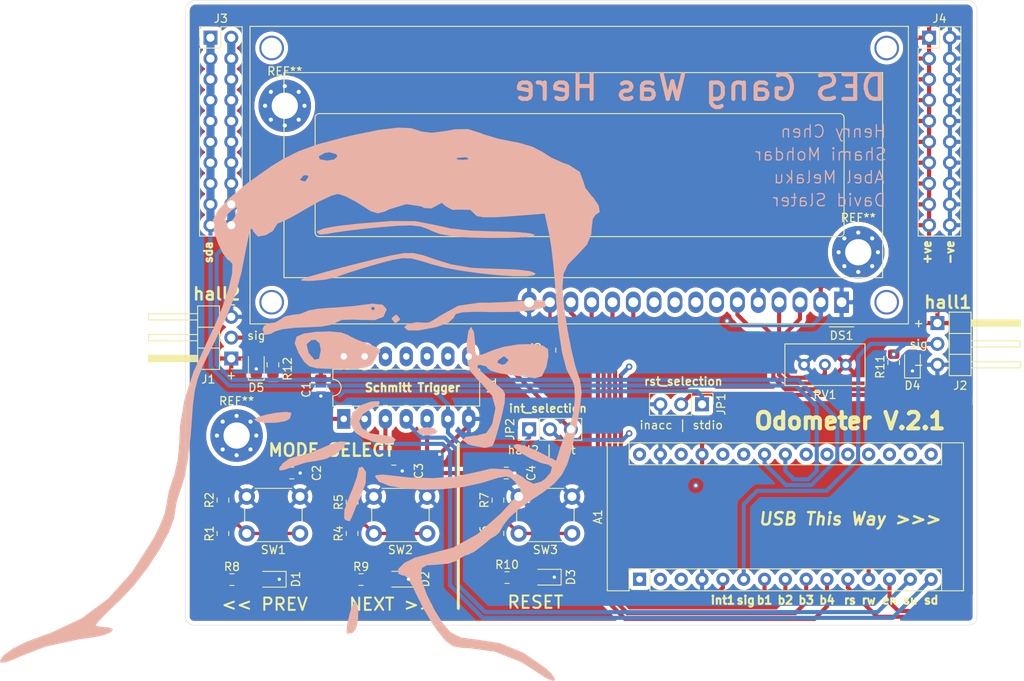
<source format=kicad_pcb>
(kicad_pcb (version 20171130) (host pcbnew "(5.1.6)-1")
  (layers (0 F.Cu power) (31 B.Cu signal) (34 B.Paste user hide) (35 F.Paste user hide) (36 B.SilkS user) (37 F.SilkS user) (38 B.Mask user) (39 F.Mask user) (44 Edge.Cuts user))
  (net 0 "")
  (net 1 lcd_rs)
  (net 2 +5V)
  (net 3 lcd_rw)
  (net 4 lcd_enable)
  (net 5 lcd_bit3)
  (net 6 lcd_bit2)
  (net 7 lcd_bit1)
  (net 8 "Net-(DS1-Pad15)")
  (net 9 SCL)
  (net 10 SDA)
  (net 11 state_up)
  (net 12 state_down)
  (net 13 soft_reset)
  (net 14 "Net-(DS1-Pad3)")
  (net 15 lcd_bit4)
  (net 16 "Net-(R1-Pad2)")
  (net 17 "Net-(R4-Pad2)")
  (net 18 "Net-(R6-Pad2)")
  (net 19 /vout)
  (net 20 "Net-(D1-Pad2)")
  (net 21 "Net-(D2-Pad2)")
  (net 22 "Net-(D3-Pad2)")
  (net 23 /sw2/vout)
  (net 24 /sw3/vout)
  (net 25 "Net-(A1-Pad12)")
  (net 26 hall1)
  (net 27 "Net-(A1-Pad5)")
  (net 28 hall2)
  (net 29 "Net-(D4-Pad2)")
  (net 30 "Net-(D5-Pad2)")
  (module MountingHole:MountingHole_3.2mm_M3_Pad_Via (layer F.Cu) (at 262.382 112.014)
    (fp_text reference REF** (at 0 -4.2) (layer F.SilkS))
    (fp_text value MountingHole_3.2mm_M3_Pad_Via)
    (pad 1 thru_hole circle (at 1.697056 -1.697056) (size 0.8 0.8) (drill 0.5) (layers *.Cu *.Mask))
    (pad 1 thru_hole circle (at 0 -2.4) (size 0.8 0.8) (drill 0.5) (layers *.Cu *.Mask))
    (pad 1 thru_hole circle (at -1.697056 -1.697056) (size 0.8 0.8) (drill 0.5) (layers *.Cu *.Mask))
    (pad 1 thru_hole circle (at -2.4 0) (size 0.8 0.8) (drill 0.5) (layers *.Cu *.Mask))
    (pad 1 thru_hole circle (at -1.697056 1.697056) (size 0.8 0.8) (drill 0.5) (layers *.Cu *.Mask))
    (pad 1 thru_hole circle (at 0 2.4) (size 0.8 0.8) (drill 0.5) (layers *.Cu *.Mask))
    (pad 1 thru_hole circle (at 1.697056 1.697056) (size 0.8 0.8) (drill 0.5) (layers *.Cu *.Mask))
    (pad 1 thru_hole circle (at 2.4 0) (size 0.8 0.8) (drill 0.5) (layers *.Cu *.Mask))
    (pad 1 thru_hole circle (at 0 0) (size 6.4 6.4) (drill 3.2) (layers *.Cu *.Mask))
  )
  (module MountingHole:MountingHole_3.2mm_M3_Pad_Via (layer F.Cu) (at 186.576 134.366)
    (fp_text reference REF** (at 0 -4.2) (layer F.SilkS))
    (fp_text value MountingHole_3.2mm_M3_Pad_Via)
    (pad 1 thru_hole circle (at 1.697056 -1.697056) (size 0.8 0.8) (drill 0.5) (layers *.Cu *.Mask))
    (pad 1 thru_hole circle (at 0 -2.4) (size 0.8 0.8) (drill 0.5) (layers *.Cu *.Mask))
    (pad 1 thru_hole circle (at -1.697056 -1.697056) (size 0.8 0.8) (drill 0.5) (layers *.Cu *.Mask))
    (pad 1 thru_hole circle (at -2.4 0) (size 0.8 0.8) (drill 0.5) (layers *.Cu *.Mask))
    (pad 1 thru_hole circle (at -1.697056 1.697056) (size 0.8 0.8) (drill 0.5) (layers *.Cu *.Mask))
    (pad 1 thru_hole circle (at 0 2.4) (size 0.8 0.8) (drill 0.5) (layers *.Cu *.Mask))
    (pad 1 thru_hole circle (at 1.697056 1.697056) (size 0.8 0.8) (drill 0.5) (layers *.Cu *.Mask))
    (pad 1 thru_hole circle (at 2.4 0) (size 0.8 0.8) (drill 0.5) (layers *.Cu *.Mask))
    (pad 1 thru_hole circle (at 0 0) (size 6.4 6.4) (drill 3.2) (layers *.Cu *.Mask))
  )
  (module MountingHole:MountingHole_3.2mm_M3_Pad_Via (layer F.Cu) (at 192.451056 94.153056)
    (fp_text reference REF** (at 0 -4.2) (layer F.SilkS))
    (fp_text value MountingHole_3.2mm_M3_Pad_Via)
    (pad 1 thru_hole circle (at 1.697056 -1.697056) (size 0.8 0.8) (drill 0.5) (layers *.Cu *.Mask))
    (pad 1 thru_hole circle (at 0 -2.4) (size 0.8 0.8) (drill 0.5) (layers *.Cu *.Mask))
    (pad 1 thru_hole circle (at -1.697056 -1.697056) (size 0.8 0.8) (drill 0.5) (layers *.Cu *.Mask))
    (pad 1 thru_hole circle (at -2.4 0) (size 0.8 0.8) (drill 0.5) (layers *.Cu *.Mask))
    (pad 1 thru_hole circle (at -1.697056 1.697056) (size 0.8 0.8) (drill 0.5) (layers *.Cu *.Mask))
    (pad 1 thru_hole circle (at 0 2.4) (size 0.8 0.8) (drill 0.5) (layers *.Cu *.Mask))
    (pad 1 thru_hole circle (at 1.697056 1.697056) (size 0.8 0.8) (drill 0.5) (layers *.Cu *.Mask))
    (pad 1 thru_hole circle (at 2.4 0) (size 0.8 0.8) (drill 0.5) (layers *.Cu *.Mask))
    (pad 1 thru_hole circle (at 0 0) (size 6.4 6.4) (drill 3.2) (layers *.Cu *.Mask))
  )
  (module meme_lib:brrr (layer B.Cu) (at 194.31 129.286 180)
    (fp_text reference G*** hide)
    (fp_text value LOGO hide)
  )
  (module Potentiometer_THT:Potentiometer_Bourns_3296W_Vertical (layer F.Cu) (at 255.778 125.73 180)
    (fp_text reference RV1 (at -2.54 -3.66) (layer F.SilkS))
    (fp_text value R_POT)
    (pad 3 thru_hole circle (at -5.08 0 180) (size 1.44 1.44) (drill 0.8) (layers *.Cu *.Mask) (net 2 +5V))
    (pad 2 thru_hole circle (at -2.54 0 180) (size 1.44 1.44) (drill 0.8) (layers *.Cu *.Mask) (net 14 "Net-(DS1-Pad3)"))
    (pad 1 thru_hole circle (at 0 0 180) (size 1.44 1.44) (drill 0.8) (layers *.Cu *.Mask) (net 3 lcd_rw))
  )
  (module Resistor_SMD:R_0805_2012Metric_Pad1.15x1.40mm_HandSolder (layer F.Cu) (at 191.008 125.739 90)
    (fp_text reference R12 (at -0.499 1.778 90) (layer F.SilkS))
    (fp_text value 330)
    (pad 2 smd roundrect (at 1.025 0 90) (size 1.15 1.4) (layers F.Cu F.Paste F.Mask) (roundrect_rratio 0.217391) (net 28 hall2))
    (pad 1 smd roundrect (at -1.025 0 90) (size 1.15 1.4) (layers F.Cu F.Paste F.Mask) (roundrect_rratio 0.217391) (net 30 "Net-(D5-Pad2)"))
  )
  (module Resistor_SMD:R_0805_2012Metric_Pad1.15x1.40mm_HandSolder (layer F.Cu) (at 266.7 125.467 90)
    (fp_text reference R11 (at -0.517 -1.65 90) (layer F.SilkS))
    (fp_text value 330)
    (pad 2 smd roundrect (at 1.025 0 90) (size 1.15 1.4) (layers F.Cu F.Paste F.Mask) (roundrect_rratio 0.217391) (net 26 hall1))
    (pad 1 smd roundrect (at -1.025 0 90) (size 1.15 1.4) (layers F.Cu F.Paste F.Mask) (roundrect_rratio 0.217391) (net 29 "Net-(D4-Pad2)"))
  )
  (module LED_SMD:LED_0805_2012Metric_Pad1.15x1.40mm_HandSolder (layer F.Cu) (at 188.976 125.739 90)
    (fp_text reference D5 (at -2.785 0 180) (layer F.SilkS))
    (fp_text value LED_Yellow)
    (pad 2 smd roundrect (at 1.025 0 90) (size 1.15 1.4) (layers F.Cu F.Paste F.Mask) (roundrect_rratio 0.217391) (net 30 "Net-(D5-Pad2)"))
    (pad 1 smd roundrect (at -1.025 0 90) (size 1.15 1.4) (layers F.Cu F.Paste F.Mask) (roundrect_rratio 0.217391) (net 3 lcd_rw))
  )
  (module LED_SMD:LED_0805_2012Metric_Pad1.15x1.40mm_HandSolder (layer F.Cu) (at 268.986 125.485 90)
    (fp_text reference D4 (at -2.785 0 180) (layer F.SilkS))
    (fp_text value LED_Yellow)
    (pad 2 smd roundrect (at 1.025 0 90) (size 1.15 1.4) (layers F.Cu F.Paste F.Mask) (roundrect_rratio 0.217391) (net 29 "Net-(D4-Pad2)"))
    (pad 1 smd roundrect (at -1.025 0 90) (size 1.15 1.4) (layers F.Cu F.Paste F.Mask) (roundrect_rratio 0.217391) (net 3 lcd_rw))
  )
  (module Connector_PinHeader_2.54mm:PinHeader_1x03_P2.54mm_Vertical (layer F.Cu) (at 222.25 133.604 90)
    (fp_text reference JP2 (at 0 -2.33 90) (layer F.SilkS))
    (fp_text value Jumper_3_Open)
    (pad 3 thru_hole oval (at 0 5.08 90) (size 1.7 1.7) (drill 1) (layers *.Cu *.Mask) (net 28 hall2))
    (pad 2 thru_hole oval (at 0 2.54 90) (size 1.7 1.7) (drill 1) (layers *.Cu *.Mask) (net 27 "Net-(A1-Pad5)"))
    (pad 1 thru_hole rect (at 0 0 90) (size 1.7 1.7) (drill 1) (layers *.Cu *.Mask) (net 13 soft_reset))
  )
  (module Connector_PinHeader_2.54mm:PinHeader_1x03_P2.54mm_Vertical (layer F.Cu) (at 243.332 130.556 270)
    (fp_text reference JP1 (at 0 -2.33 90) (layer F.SilkS))
    (fp_text value Jumper_3_Open)
    (pad 3 thru_hole oval (at 0 5.08 270) (size 1.7 1.7) (drill 1) (layers *.Cu *.Mask) (net 3 lcd_rw))
    (pad 2 thru_hole oval (at 0 2.54 270) (size 1.7 1.7) (drill 1) (layers *.Cu *.Mask) (net 25 "Net-(A1-Pad12)"))
    (pad 1 thru_hole rect (at 0 0 270) (size 1.7 1.7) (drill 1) (layers *.Cu *.Mask) (net 13 soft_reset))
  )
  (module Connector_PinHeader_2.54mm:PinHeader_1x03_P2.54mm_Horizontal (layer F.Cu) (at 185.928 124.968 180)
    (fp_text reference J1 (at 2.794 -2.54) (layer F.SilkS))
    (fp_text value Conn_01x03_Female)
    (pad 3 thru_hole oval (at 0 5.08 180) (size 1.7 1.7) (drill 1) (layers *.Cu *.Mask) (net 3 lcd_rw))
    (pad 2 thru_hole oval (at 0 2.54 180) (size 1.7 1.7) (drill 1) (layers *.Cu *.Mask) (net 28 hall2))
    (pad 1 thru_hole rect (at 0 0 180) (size 1.7 1.7) (drill 1) (layers *.Cu *.Mask) (net 2 +5V))
  )
  (module Display:WC1602A (layer F.Cu) (at 260.35 118.11 180)
    (fp_text reference DS1 (at 0 -4.064) (layer F.SilkS))
    (fp_text value WC1602A)
    (pad "" thru_hole circle (at 69.5 0 180) (size 3 3) (drill 2.5) (layers *.Cu *.Mask))
    (pad "" thru_hole circle (at 69.49948 31.0007 180) (size 3 3) (drill 2.5) (layers *.Cu *.Mask))
    (pad "" thru_hole circle (at -5.4991 31.0007 180) (size 3 3) (drill 2.5) (layers *.Cu *.Mask))
    (pad "" thru_hole circle (at -5.4991 0 180) (size 3 3) (drill 2.5) (layers *.Cu *.Mask))
    (pad 16 thru_hole oval (at 38.1 0 180) (size 1.8 2.6) (drill 1.2) (layers *.Cu *.Mask) (net 3 lcd_rw))
    (pad 15 thru_hole oval (at 35.56 0 180) (size 1.8 2.6) (drill 1.2) (layers *.Cu *.Mask) (net 8 "Net-(DS1-Pad15)"))
    (pad 14 thru_hole oval (at 33.02 0 180) (size 1.8 2.6) (drill 1.2) (layers *.Cu *.Mask) (net 15 lcd_bit4))
    (pad 13 thru_hole oval (at 30.48 0 180) (size 1.8 2.6) (drill 1.2) (layers *.Cu *.Mask) (net 5 lcd_bit3))
    (pad 12 thru_hole oval (at 27.94 0 180) (size 1.8 2.6) (drill 1.2) (layers *.Cu *.Mask) (net 6 lcd_bit2))
    (pad 11 thru_hole oval (at 25.4 0 180) (size 1.8 2.6) (drill 1.2) (layers *.Cu *.Mask) (net 7 lcd_bit1))
    (pad 10 thru_hole oval (at 22.86 0 180) (size 1.8 2.6) (drill 1.2) (layers *.Cu *.Mask))
    (pad 9 thru_hole oval (at 20.32 0 180) (size 1.8 2.6) (drill 1.2) (layers *.Cu *.Mask))
    (pad 8 thru_hole oval (at 17.78 0 180) (size 1.8 2.6) (drill 1.2) (layers *.Cu *.Mask))
    (pad 7 thru_hole oval (at 15.24 0 180) (size 1.8 2.6) (drill 1.2) (layers *.Cu *.Mask))
    (pad 6 thru_hole oval (at 12.7 0 180) (size 1.8 2.6) (drill 1.2) (layers *.Cu *.Mask) (net 4 lcd_enable))
    (pad 5 thru_hole oval (at 10.16 0 180) (size 1.8 2.6) (drill 1.2) (layers *.Cu *.Mask) (net 3 lcd_rw))
    (pad 4 thru_hole oval (at 7.62 0 180) (size 1.8 2.6) (drill 1.2) (layers *.Cu *.Mask) (net 1 lcd_rs))
    (pad 3 thru_hole oval (at 5.08 0 180) (size 1.8 2.6) (drill 1.2) (layers *.Cu *.Mask) (net 14 "Net-(DS1-Pad3)"))
    (pad 2 thru_hole oval (at 2.54 0 180) (size 1.8 2.6) (drill 1.2) (layers *.Cu *.Mask) (net 2 +5V))
    (pad 1 thru_hole rect (at 0 0 180) (size 1.8 2.6) (drill 1.2) (layers *.Cu *.Mask) (net 3 lcd_rw))
  )
  (module Resistor_SMD:R_0805_2012Metric_Pad1.15x1.40mm_HandSolder (layer F.Cu) (at 219.549 151.683 180)
    (fp_text reference R10 (at 0 1.569) (layer F.SilkS))
    (fp_text value 330)
    (pad 2 smd roundrect (at 1.025 0 180) (size 1.15 1.4) (layers F.Cu F.Paste F.Mask) (roundrect_rratio 0.217391) (net 24 /sw3/vout))
    (pad 1 smd roundrect (at -1.025 0 180) (size 1.15 1.4) (layers F.Cu F.Paste F.Mask) (roundrect_rratio 0.217391) (net 22 "Net-(D3-Pad2)"))
  )
  (module Resistor_SMD:R_0805_2012Metric_Pad1.15x1.40mm_HandSolder (layer F.Cu) (at 201.757 151.927 180)
    (fp_text reference R9 (at 0 1.559) (layer F.SilkS))
    (fp_text value 330)
    (pad 2 smd roundrect (at 1.025 0 180) (size 1.15 1.4) (layers F.Cu F.Paste F.Mask) (roundrect_rratio 0.217391) (net 23 /sw2/vout))
    (pad 1 smd roundrect (at -1.025 0 180) (size 1.15 1.4) (layers F.Cu F.Paste F.Mask) (roundrect_rratio 0.217391) (net 21 "Net-(D2-Pad2)"))
  )
  (module Resistor_SMD:R_0805_2012Metric_Pad1.15x1.40mm_HandSolder (layer F.Cu) (at 186.009 151.937 180)
    (fp_text reference R8 (at 0 1.569) (layer F.SilkS))
    (fp_text value 330)
    (pad 2 smd roundrect (at 1.025 0 180) (size 1.15 1.4) (layers F.Cu F.Paste F.Mask) (roundrect_rratio 0.217391) (net 19 /vout))
    (pad 1 smd roundrect (at -1.025 0 180) (size 1.15 1.4) (layers F.Cu F.Paste F.Mask) (roundrect_rratio 0.217391) (net 20 "Net-(D1-Pad2)"))
  )
  (module LED_SMD:LED_0805_2012Metric_Pad1.15x1.40mm_HandSolder (layer F.Cu) (at 224.294 151.638 180)
    (fp_text reference D3 (at -3.036 0 90) (layer F.SilkS))
    (fp_text value LED_Yellow)
    (pad 2 smd roundrect (at 1.025 0 180) (size 1.15 1.4) (layers F.Cu F.Paste F.Mask) (roundrect_rratio 0.217391) (net 22 "Net-(D3-Pad2)"))
    (pad 1 smd roundrect (at -1.025 0 180) (size 1.15 1.4) (layers F.Cu F.Paste F.Mask) (roundrect_rratio 0.217391) (net 3 lcd_rw))
  )
  (module LED_SMD:LED_0805_2012Metric_Pad1.15x1.40mm_HandSolder (layer F.Cu) (at 206.502 151.882 180)
    (fp_text reference D2 (at -3.048 -0.01 90) (layer F.SilkS))
    (fp_text value LED_Yellow)
    (pad 2 smd roundrect (at 1.025 0 180) (size 1.15 1.4) (layers F.Cu F.Paste F.Mask) (roundrect_rratio 0.217391) (net 21 "Net-(D2-Pad2)"))
    (pad 1 smd roundrect (at -1.025 0 180) (size 1.15 1.4) (layers F.Cu F.Paste F.Mask) (roundrect_rratio 0.217391) (net 3 lcd_rw))
  )
  (module LED_SMD:LED_0805_2012Metric_Pad1.15x1.40mm_HandSolder (layer F.Cu) (at 190.754 151.892 180)
    (fp_text reference D1 (at -3.048 0 90) (layer F.SilkS))
    (fp_text value LED_Yellow)
    (pad 2 smd roundrect (at 1.025 0 180) (size 1.15 1.4) (layers F.Cu F.Paste F.Mask) (roundrect_rratio 0.217391) (net 20 "Net-(D1-Pad2)"))
    (pad 1 smd roundrect (at -1.025 0 180) (size 1.15 1.4) (layers F.Cu F.Paste F.Mask) (roundrect_rratio 0.217391) (net 3 lcd_rw))
  )
  (module Button_Switch_THT:SW_PUSH_6mm_H4.3mm (layer F.Cu) (at 209.804 146.304 180)
    (fp_text reference SW2 (at 3.25 -2) (layer F.SilkS))
    (fp_text value SW_SPST)
    (pad 1 thru_hole circle (at 6.5 0 270) (size 2 2) (drill 1.1) (layers *.Cu *.Mask) (net 17 "Net-(R4-Pad2)"))
    (pad 2 thru_hole circle (at 6.5 4.5 270) (size 2 2) (drill 1.1) (layers *.Cu *.Mask) (net 3 lcd_rw))
    (pad 1 thru_hole circle (at 0 0 270) (size 2 2) (drill 1.1) (layers *.Cu *.Mask) (net 17 "Net-(R4-Pad2)"))
    (pad 2 thru_hole circle (at 0 4.5 270) (size 2 2) (drill 1.1) (layers *.Cu *.Mask) (net 3 lcd_rw))
  )
  (module Package_DIP:DIP-14_W7.62mm_LongPads (layer F.Cu) (at 199.644 132.334 90)
    (fp_text reference U1 (at 4.064 18.034 90) (layer F.SilkS))
    (fp_text value SN74HC14N)
    (pad 14 thru_hole oval (at 7.62 0 90) (size 2.4 1.6) (drill 0.8) (layers *.Cu *.Mask) (net 2 +5V))
    (pad 7 thru_hole oval (at 0 15.24 90) (size 2.4 1.6) (drill 0.8) (layers *.Cu *.Mask) (net 3 lcd_rw))
    (pad 13 thru_hole oval (at 7.62 2.54 90) (size 2.4 1.6) (drill 0.8) (layers *.Cu *.Mask))
    (pad 6 thru_hole oval (at 0 12.7 90) (size 2.4 1.6) (drill 0.8) (layers *.Cu *.Mask) (net 13 soft_reset))
    (pad 12 thru_hole oval (at 7.62 5.08 90) (size 2.4 1.6) (drill 0.8) (layers *.Cu *.Mask))
    (pad 5 thru_hole oval (at 0 10.16 90) (size 2.4 1.6) (drill 0.8) (layers *.Cu *.Mask) (net 24 /sw3/vout))
    (pad 11 thru_hole oval (at 7.62 7.62 90) (size 2.4 1.6) (drill 0.8) (layers *.Cu *.Mask))
    (pad 4 thru_hole oval (at 0 7.62 90) (size 2.4 1.6) (drill 0.8) (layers *.Cu *.Mask) (net 12 state_down))
    (pad 10 thru_hole oval (at 7.62 10.16 90) (size 2.4 1.6) (drill 0.8) (layers *.Cu *.Mask))
    (pad 3 thru_hole oval (at 0 5.08 90) (size 2.4 1.6) (drill 0.8) (layers *.Cu *.Mask) (net 23 /sw2/vout))
    (pad 9 thru_hole oval (at 7.62 12.7 90) (size 2.4 1.6) (drill 0.8) (layers *.Cu *.Mask))
    (pad 2 thru_hole oval (at 0 2.54 90) (size 2.4 1.6) (drill 0.8) (layers *.Cu *.Mask) (net 11 state_up))
    (pad 8 thru_hole oval (at 7.62 15.24 90) (size 2.4 1.6) (drill 0.8) (layers *.Cu *.Mask))
    (pad 1 thru_hole rect (at 0 0 90) (size 2.4 1.6) (drill 0.8) (layers *.Cu *.Mask) (net 19 /vout))
  )
  (module Resistor_SMD:R_0805_2012Metric_Pad1.15x1.40mm_HandSolder (layer F.Cu) (at 224.79 123.943 90)
    (fp_text reference R3 (at 0 -1.65 90) (layer F.SilkS))
    (fp_text value 330)
    (pad 2 smd roundrect (at 1.025 0 90) (size 1.15 1.4) (layers F.Cu F.Paste F.Mask) (roundrect_rratio 0.217391) (net 8 "Net-(DS1-Pad15)"))
    (pad 1 smd roundrect (at -1.025 0 90) (size 1.15 1.4) (layers F.Cu F.Paste F.Mask) (roundrect_rratio 0.217391) (net 2 +5V))
  )
  (module Capacitor_SMD:C_0805_2012Metric_Pad1.15x1.40mm_HandSolder (layer F.Cu) (at 196.85 128.524 270)
    (fp_text reference C1 (at 0.254 1.778 90) (layer F.SilkS))
    (fp_text value .1uF)
    (pad 2 smd roundrect (at 1.025 0 270) (size 1.15 1.4) (layers F.Cu F.Paste F.Mask) (roundrect_rratio 0.217391) (net 3 lcd_rw))
    (pad 1 smd roundrect (at -1.025 0 270) (size 1.15 1.4) (layers F.Cu F.Paste F.Mask) (roundrect_rratio 0.217391) (net 2 +5V))
  )
  (module Resistor_SMD:R_0805_2012Metric_Pad1.15x1.40mm_HandSolder (layer F.Cu) (at 218.44 142.249 90)
    (fp_text reference R7 (at 0 -1.65 90) (layer F.SilkS))
    (fp_text value 10K)
    (pad 2 smd roundrect (at 1.025 0 90) (size 1.15 1.4) (layers F.Cu F.Paste F.Mask) (roundrect_rratio 0.217391) (net 24 /sw3/vout))
    (pad 1 smd roundrect (at -1.025 0 90) (size 1.15 1.4) (layers F.Cu F.Paste F.Mask) (roundrect_rratio 0.217391) (net 18 "Net-(R6-Pad2)"))
  )
  (module Resistor_SMD:R_0805_2012Metric_Pad1.15x1.40mm_HandSolder (layer F.Cu) (at 218.44 146.295 90)
    (fp_text reference R6 (at 0 -1.65 90) (layer F.SilkS))
    (fp_text value 10K)
    (pad 2 smd roundrect (at 1.025 0 90) (size 1.15 1.4) (layers F.Cu F.Paste F.Mask) (roundrect_rratio 0.217391) (net 18 "Net-(R6-Pad2)"))
    (pad 1 smd roundrect (at -1.025 0 90) (size 1.15 1.4) (layers F.Cu F.Paste F.Mask) (roundrect_rratio 0.217391) (net 2 +5V))
  )
  (module Resistor_SMD:R_0805_2012Metric_Pad1.15x1.40mm_HandSolder (layer F.Cu) (at 200.66 142.485 90)
    (fp_text reference R5 (at 0 -1.65 90) (layer F.SilkS))
    (fp_text value 10K)
    (pad 2 smd roundrect (at 1.025 0 90) (size 1.15 1.4) (layers F.Cu F.Paste F.Mask) (roundrect_rratio 0.217391) (net 23 /sw2/vout))
    (pad 1 smd roundrect (at -1.025 0 90) (size 1.15 1.4) (layers F.Cu F.Paste F.Mask) (roundrect_rratio 0.217391) (net 17 "Net-(R4-Pad2)"))
  )
  (module Resistor_SMD:R_0805_2012Metric_Pad1.15x1.40mm_HandSolder (layer F.Cu) (at 200.66 146.313 90)
    (fp_text reference R4 (at 0 -1.65 90) (layer F.SilkS))
    (fp_text value 10K)
    (pad 2 smd roundrect (at 1.025 0 90) (size 1.15 1.4) (layers F.Cu F.Paste F.Mask) (roundrect_rratio 0.217391) (net 17 "Net-(R4-Pad2)"))
    (pad 1 smd roundrect (at -1.025 0 90) (size 1.15 1.4) (layers F.Cu F.Paste F.Mask) (roundrect_rratio 0.217391) (net 2 +5V))
  )
  (module Resistor_SMD:R_0805_2012Metric_Pad1.15x1.40mm_HandSolder (layer F.Cu) (at 184.912 142.24 90)
    (fp_text reference R2 (at 0 -1.65 90) (layer F.SilkS))
    (fp_text value 10K)
    (pad 2 smd roundrect (at 1.025 0 90) (size 1.15 1.4) (layers F.Cu F.Paste F.Mask) (roundrect_rratio 0.217391) (net 19 /vout))
    (pad 1 smd roundrect (at -1.025 0 90) (size 1.15 1.4) (layers F.Cu F.Paste F.Mask) (roundrect_rratio 0.217391) (net 16 "Net-(R1-Pad2)"))
  )
  (module Resistor_SMD:R_0805_2012Metric_Pad1.15x1.40mm_HandSolder (layer F.Cu) (at 184.912 146.313 90)
    (fp_text reference R1 (at 0 -1.65 90) (layer F.SilkS))
    (fp_text value 10K)
    (pad 2 smd roundrect (at 1.025 0 90) (size 1.15 1.4) (layers F.Cu F.Paste F.Mask) (roundrect_rratio 0.217391) (net 16 "Net-(R1-Pad2)"))
    (pad 1 smd roundrect (at -1.025 0 90) (size 1.15 1.4) (layers F.Cu F.Paste F.Mask) (roundrect_rratio 0.217391) (net 2 +5V))
  )
  (module Capacitor_SMD:C_0805_2012Metric_Pad1.15x1.40mm_HandSolder (layer F.Cu) (at 219.465 138.938)
    (fp_text reference C4 (at 3.039 0 90) (layer F.SilkS))
    (fp_text value 0.1uF)
    (pad 2 smd roundrect (at 1.025 0) (size 1.15 1.4) (layers F.Cu F.Paste F.Mask) (roundrect_rratio 0.217391) (net 3 lcd_rw))
    (pad 1 smd roundrect (at -1.025 0) (size 1.15 1.4) (layers F.Cu F.Paste F.Mask) (roundrect_rratio 0.217391) (net 24 /sw3/vout))
  )
  (module Capacitor_SMD:C_0805_2012Metric_Pad1.15x1.40mm_HandSolder (layer F.Cu) (at 205.749 138.684)
    (fp_text reference C3 (at 3.039 0 90) (layer F.SilkS))
    (fp_text value 0.1uF)
    (pad 2 smd roundrect (at 1.025 0) (size 1.15 1.4) (layers F.Cu F.Paste F.Mask) (roundrect_rratio 0.217391) (net 3 lcd_rw))
    (pad 1 smd roundrect (at -1.025 0) (size 1.15 1.4) (layers F.Cu F.Paste F.Mask) (roundrect_rratio 0.217391) (net 23 /sw2/vout))
  )
  (module Capacitor_SMD:C_0805_2012Metric_Pad1.15x1.40mm_HandSolder (layer F.Cu) (at 193.303 138.938)
    (fp_text reference C2 (at 3.039 0 90) (layer F.SilkS))
    (fp_text value 0.1uF)
    (pad 2 smd roundrect (at 1.025 0) (size 1.15 1.4) (layers F.Cu F.Paste F.Mask) (roundrect_rratio 0.217391) (net 3 lcd_rw))
    (pad 1 smd roundrect (at -1.025 0) (size 1.15 1.4) (layers F.Cu F.Paste F.Mask) (roundrect_rratio 0.217391) (net 19 /vout))
  )
  (module Connector_PinHeader_2.54mm:PinHeader_2x10_P2.54mm_Vertical (layer F.Cu) (at 271.018 85.852)
    (fp_text reference J4 (at 1.27 -2.33) (layer F.SilkS))
    (fp_text value Conn_02x10_Odd_Even)
    (pad 20 thru_hole oval (at 2.54 22.86) (size 1.7 1.7) (drill 1) (layers *.Cu *.Mask) (net 3 lcd_rw))
    (pad 19 thru_hole oval (at 0 22.86) (size 1.7 1.7) (drill 1) (layers *.Cu *.Mask) (net 2 +5V))
    (pad 18 thru_hole oval (at 2.54 20.32) (size 1.7 1.7) (drill 1) (layers *.Cu *.Mask) (net 3 lcd_rw))
    (pad 17 thru_hole oval (at 0 20.32) (size 1.7 1.7) (drill 1) (layers *.Cu *.Mask) (net 2 +5V))
    (pad 16 thru_hole oval (at 2.54 17.78) (size 1.7 1.7) (drill 1) (layers *.Cu *.Mask) (net 3 lcd_rw))
    (pad 15 thru_hole oval (at 0 17.78) (size 1.7 1.7) (drill 1) (layers *.Cu *.Mask) (net 2 +5V))
    (pad 14 thru_hole oval (at 2.54 15.24) (size 1.7 1.7) (drill 1) (layers *.Cu *.Mask) (net 3 lcd_rw))
    (pad 13 thru_hole oval (at 0 15.24) (size 1.7 1.7) (drill 1) (layers *.Cu *.Mask) (net 2 +5V))
    (pad 12 thru_hole oval (at 2.54 12.7) (size 1.7 1.7) (drill 1) (layers *.Cu *.Mask) (net 3 lcd_rw))
    (pad 11 thru_hole oval (at 0 12.7) (size 1.7 1.7) (drill 1) (layers *.Cu *.Mask) (net 2 +5V))
    (pad 10 thru_hole oval (at 2.54 10.16) (size 1.7 1.7) (drill 1) (layers *.Cu *.Mask) (net 3 lcd_rw))
    (pad 9 thru_hole oval (at 0 10.16) (size 1.7 1.7) (drill 1) (layers *.Cu *.Mask) (net 2 +5V))
    (pad 8 thru_hole oval (at 2.54 7.62) (size 1.7 1.7) (drill 1) (layers *.Cu *.Mask) (net 3 lcd_rw))
    (pad 7 thru_hole oval (at 0 7.62) (size 1.7 1.7) (drill 1) (layers *.Cu *.Mask) (net 2 +5V))
    (pad 6 thru_hole oval (at 2.54 5.08) (size 1.7 1.7) (drill 1) (layers *.Cu *.Mask) (net 3 lcd_rw))
    (pad 5 thru_hole oval (at 0 5.08) (size 1.7 1.7) (drill 1) (layers *.Cu *.Mask) (net 2 +5V))
    (pad 4 thru_hole oval (at 2.54 2.54) (size 1.7 1.7) (drill 1) (layers *.Cu *.Mask) (net 3 lcd_rw))
    (pad 3 thru_hole oval (at 0 2.54) (size 1.7 1.7) (drill 1) (layers *.Cu *.Mask) (net 2 +5V))
    (pad 2 thru_hole oval (at 2.54 0) (size 1.7 1.7) (drill 1) (layers *.Cu *.Mask) (net 3 lcd_rw))
    (pad 1 thru_hole rect (at 0 0) (size 1.7 1.7) (drill 1) (layers *.Cu *.Mask) (net 2 +5V))
  )
  (module Connector_PinHeader_2.54mm:PinHeader_2x10_P2.54mm_Vertical (layer F.Cu) (at 183.388 85.852)
    (fp_text reference J3 (at 1.27 -2.33) (layer F.SilkS))
    (fp_text value Conn_02x10_Odd_Even)
    (pad 20 thru_hole oval (at 2.54 22.86) (size 1.7 1.7) (drill 1) (layers *.Cu *.Mask) (net 9 SCL))
    (pad 19 thru_hole oval (at 0 22.86) (size 1.7 1.7) (drill 1) (layers *.Cu *.Mask) (net 10 SDA))
    (pad 18 thru_hole oval (at 2.54 20.32) (size 1.7 1.7) (drill 1) (layers *.Cu *.Mask) (net 9 SCL))
    (pad 17 thru_hole oval (at 0 20.32) (size 1.7 1.7) (drill 1) (layers *.Cu *.Mask) (net 10 SDA))
    (pad 16 thru_hole oval (at 2.54 17.78) (size 1.7 1.7) (drill 1) (layers *.Cu *.Mask) (net 9 SCL))
    (pad 15 thru_hole oval (at 0 17.78) (size 1.7 1.7) (drill 1) (layers *.Cu *.Mask) (net 10 SDA))
    (pad 14 thru_hole oval (at 2.54 15.24) (size 1.7 1.7) (drill 1) (layers *.Cu *.Mask) (net 9 SCL))
    (pad 13 thru_hole oval (at 0 15.24) (size 1.7 1.7) (drill 1) (layers *.Cu *.Mask) (net 10 SDA))
    (pad 12 thru_hole oval (at 2.54 12.7) (size 1.7 1.7) (drill 1) (layers *.Cu *.Mask) (net 9 SCL))
    (pad 11 thru_hole oval (at 0 12.7) (size 1.7 1.7) (drill 1) (layers *.Cu *.Mask) (net 10 SDA))
    (pad 10 thru_hole oval (at 2.54 10.16) (size 1.7 1.7) (drill 1) (layers *.Cu *.Mask) (net 9 SCL))
    (pad 9 thru_hole oval (at 0 10.16) (size 1.7 1.7) (drill 1) (layers *.Cu *.Mask) (net 10 SDA))
    (pad 8 thru_hole oval (at 2.54 7.62) (size 1.7 1.7) (drill 1) (layers *.Cu *.Mask) (net 9 SCL))
    (pad 7 thru_hole oval (at 0 7.62) (size 1.7 1.7) (drill 1) (layers *.Cu *.Mask) (net 10 SDA))
    (pad 6 thru_hole oval (at 2.54 5.08) (size 1.7 1.7) (drill 1) (layers *.Cu *.Mask) (net 9 SCL))
    (pad 5 thru_hole oval (at 0 5.08) (size 1.7 1.7) (drill 1) (layers *.Cu *.Mask) (net 10 SDA))
    (pad 4 thru_hole oval (at 2.54 2.54) (size 1.7 1.7) (drill 1) (layers *.Cu *.Mask) (net 9 SCL))
    (pad 3 thru_hole oval (at 0 2.54) (size 1.7 1.7) (drill 1) (layers *.Cu *.Mask) (net 10 SDA))
    (pad 2 thru_hole oval (at 2.54 0) (size 1.7 1.7) (drill 1) (layers *.Cu *.Mask) (net 9 SCL))
    (pad 1 thru_hole rect (at 0 0) (size 1.7 1.7) (drill 1) (layers *.Cu *.Mask) (net 10 SDA))
  )
  (module Connector_PinHeader_2.54mm:PinHeader_1x03_P2.54mm_Horizontal (layer F.Cu) (at 272.034 120.65)
    (fp_text reference J2 (at 2.794 7.62) (layer F.SilkS))
    (fp_text value Conn_01x03_Female)
    (pad 3 thru_hole oval (at 0 5.08) (size 1.7 1.7) (drill 1) (layers *.Cu *.Mask) (net 3 lcd_rw))
    (pad 2 thru_hole oval (at 0 2.54) (size 1.7 1.7) (drill 1) (layers *.Cu *.Mask) (net 26 hall1))
    (pad 1 thru_hole rect (at 0 0) (size 1.7 1.7) (drill 1) (layers *.Cu *.Mask) (net 2 +5V))
  )
  (module Module:Arduino_Nano (layer F.Cu) (at 235.712 151.892 90)
    (fp_text reference A1 (at 7.62 -5.08 90) (layer F.SilkS))
    (fp_text value Arduino_Nano_v2.x)
    (pad 16 thru_hole oval (at 15.24 35.56 90) (size 1.6 1.6) (drill 0.8) (layers *.Cu *.Mask))
    (pad 15 thru_hole oval (at 0 35.56 90) (size 1.6 1.6) (drill 0.8) (layers *.Cu *.Mask) (net 11 state_up))
    (pad 30 thru_hole oval (at 15.24 0 90) (size 1.6 1.6) (drill 0.8) (layers *.Cu *.Mask))
    (pad 14 thru_hole oval (at 0 33.02 90) (size 1.6 1.6) (drill 0.8) (layers *.Cu *.Mask) (net 12 state_down))
    (pad 29 thru_hole oval (at 15.24 2.54 90) (size 1.6 1.6) (drill 0.8) (layers *.Cu *.Mask) (net 3 lcd_rw))
    (pad 13 thru_hole oval (at 0 30.48 90) (size 1.6 1.6) (drill 0.8) (layers *.Cu *.Mask) (net 4 lcd_enable))
    (pad 28 thru_hole oval (at 15.24 5.08 90) (size 1.6 1.6) (drill 0.8) (layers *.Cu *.Mask))
    (pad 12 thru_hole oval (at 0 27.94 90) (size 1.6 1.6) (drill 0.8) (layers *.Cu *.Mask) (net 25 "Net-(A1-Pad12)"))
    (pad 27 thru_hole oval (at 15.24 7.62 90) (size 1.6 1.6) (drill 0.8) (layers *.Cu *.Mask) (net 2 +5V))
    (pad 11 thru_hole oval (at 0 25.4 90) (size 1.6 1.6) (drill 0.8) (layers *.Cu *.Mask) (net 1 lcd_rs))
    (pad 26 thru_hole oval (at 15.24 10.16 90) (size 1.6 1.6) (drill 0.8) (layers *.Cu *.Mask))
    (pad 10 thru_hole oval (at 0 22.86 90) (size 1.6 1.6) (drill 0.8) (layers *.Cu *.Mask) (net 15 lcd_bit4))
    (pad 25 thru_hole oval (at 15.24 12.7 90) (size 1.6 1.6) (drill 0.8) (layers *.Cu *.Mask))
    (pad 9 thru_hole oval (at 0 20.32 90) (size 1.6 1.6) (drill 0.8) (layers *.Cu *.Mask) (net 5 lcd_bit3))
    (pad 24 thru_hole oval (at 15.24 15.24 90) (size 1.6 1.6) (drill 0.8) (layers *.Cu *.Mask) (net 9 SCL))
    (pad 8 thru_hole oval (at 0 17.78 90) (size 1.6 1.6) (drill 0.8) (layers *.Cu *.Mask) (net 6 lcd_bit2))
    (pad 23 thru_hole oval (at 15.24 17.78 90) (size 1.6 1.6) (drill 0.8) (layers *.Cu *.Mask) (net 10 SDA))
    (pad 7 thru_hole oval (at 0 15.24 90) (size 1.6 1.6) (drill 0.8) (layers *.Cu *.Mask) (net 7 lcd_bit1))
    (pad 22 thru_hole oval (at 15.24 20.32 90) (size 1.6 1.6) (drill 0.8) (layers *.Cu *.Mask))
    (pad 6 thru_hole oval (at 0 12.7 90) (size 1.6 1.6) (drill 0.8) (layers *.Cu *.Mask) (net 26 hall1))
    (pad 21 thru_hole oval (at 15.24 22.86 90) (size 1.6 1.6) (drill 0.8) (layers *.Cu *.Mask))
    (pad 5 thru_hole oval (at 0 10.16 90) (size 1.6 1.6) (drill 0.8) (layers *.Cu *.Mask) (net 27 "Net-(A1-Pad5)"))
    (pad 20 thru_hole oval (at 15.24 25.4 90) (size 1.6 1.6) (drill 0.8) (layers *.Cu *.Mask))
    (pad 4 thru_hole oval (at 0 7.62 90) (size 1.6 1.6) (drill 0.8) (layers *.Cu *.Mask) (net 3 lcd_rw))
    (pad 19 thru_hole oval (at 15.24 27.94 90) (size 1.6 1.6) (drill 0.8) (layers *.Cu *.Mask))
    (pad 3 thru_hole oval (at 0 5.08 90) (size 1.6 1.6) (drill 0.8) (layers *.Cu *.Mask))
    (pad 18 thru_hole oval (at 15.24 30.48 90) (size 1.6 1.6) (drill 0.8) (layers *.Cu *.Mask))
    (pad 2 thru_hole oval (at 0 2.54 90) (size 1.6 1.6) (drill 0.8) (layers *.Cu *.Mask))
    (pad 17 thru_hole oval (at 15.24 33.02 90) (size 1.6 1.6) (drill 0.8) (layers *.Cu *.Mask))
    (pad 1 thru_hole rect (at 0 0 90) (size 1.6 1.6) (drill 0.8) (layers *.Cu *.Mask))
  )
  (module Button_Switch_THT:SW_PUSH_6mm_H4.3mm (layer F.Cu) (at 227.48 146.304 180)
    (fp_text reference SW3 (at 3.25 -2) (layer F.SilkS))
    (fp_text value SW_SPST)
    (pad 1 thru_hole circle (at 6.5 0 270) (size 2 2) (drill 1.1) (layers *.Cu *.Mask) (net 18 "Net-(R6-Pad2)"))
    (pad 2 thru_hole circle (at 6.5 4.5 270) (size 2 2) (drill 1.1) (layers *.Cu *.Mask) (net 3 lcd_rw))
    (pad 1 thru_hole circle (at 0 0 270) (size 2 2) (drill 1.1) (layers *.Cu *.Mask) (net 18 "Net-(R6-Pad2)"))
    (pad 2 thru_hole circle (at 0 4.5 270) (size 2 2) (drill 1.1) (layers *.Cu *.Mask) (net 3 lcd_rw))
  )
  (module Button_Switch_THT:SW_PUSH_6mm_H4.3mm (layer F.Cu) (at 194.31 146.304 180)
    (fp_text reference SW1 (at 3.25 -2) (layer F.SilkS))
    (fp_text value SW_SPST)
    (pad 1 thru_hole circle (at 6.5 0 270) (size 2 2) (drill 1.1) (layers *.Cu *.Mask) (net 16 "Net-(R1-Pad2)"))
    (pad 2 thru_hole circle (at 6.5 4.5 270) (size 2 2) (drill 1.1) (layers *.Cu *.Mask) (net 3 lcd_rw))
    (pad 1 thru_hole circle (at 0 0 270) (size 2 2) (drill 1.1) (layers *.Cu *.Mask) (net 16 "Net-(R1-Pad2)"))
    (pad 2 thru_hole circle (at 0 4.5 270) (size 2 2) (drill 1.1) (layers *.Cu *.Mask) (net 3 lcd_rw))
  )
  (gr_text hall2 (at 184.15 117.094) (layer F.SilkS) (effects (font (size 1.5 1.5) (thickness 0.3))))
  (gr_text hall1 (at 273.304 118.11) (layer F.SilkS) (effects (font (size 1.5 1.5) (thickness 0.3))))
  (gr_text "hall2 | rst" (at 223.774 136.144) (layer F.SilkS) (effects (font (size 1 1))))
  (gr_text int_selection (at 224.536 131.064) (layer F.SilkS) (effects (font (size 1 1) (thickness 0.2))))
  (gr_text "inacc | stdio" (at 240.792 133.096) (layer F.SilkS) (effects (font (size 1 1))))
  (gr_text rst_selection (at 241.046 127.762) (layer F.SilkS) (effects (font (size 1 1) (thickness 0.2))))
  (gr_text + (at 185.928 127) (layer F.SilkS) (effects (font (size 1 1))))
  (gr_text - (at 185.928 118.364) (layer F.SilkS) (effects (font (size 1 1))))
  (gr_text sig (at 188.976 122.174) (layer F.SilkS) (effects (font (size 1 1))))
  (gr_text "David Slater" (at 258.826 105.664) (layer B.SilkS) (effects (font (size 1.5 1.5)) (justify mirror)))
  (gr_text "Abel Melaku" (at 258.826 102.87) (layer B.SilkS) (effects (font (size 1.5 1.5)) (justify mirror)))
  (gr_text "Shami Mohdar" (at 257.81 100.076) (layer B.SilkS) (effects (font (size 1.5 1.5)) (justify mirror)))
  (gr_text "Henry Chen" (at 259.334 97.282) (layer B.SilkS) (effects (font (size 1.5 1.5)) (justify mirror)))
  (gr_text sig (at 269.748 123.19) (layer F.SilkS) (effects (font (size 1 1))))
  (gr_text - (at 269.748 125.73) (layer F.SilkS) (effects (font (size 1 1)) (justify mirror)))
  (gr_text + (at 269.748 120.65) (layer F.SilkS) (effects (font (size 1 1)) (justify mirror)))
  (gr_text "DES Gang Was Here" (at 243.078 91.948) (layer B.SilkS) (effects (font (size 3 3) (thickness 0.5)) (justify mirror)))
  (gr_line (start 275.59 81.28) (end 181.61 81.28) (layer Edge.Cuts) (width 0.05))
  (gr_arc (start 275.59 82.55) (end 276.86 82.55) (angle -90) (layer Edge.Cuts) (width 0.05))
  (gr_line (start 276.86 156.464) (end 276.86 82.55) (layer Edge.Cuts) (width 0.05))
  (gr_arc (start 275.844 156.464) (end 275.844 157.48) (angle -90) (layer Edge.Cuts) (width 0.05))
  (gr_line (start 181.356 157.48) (end 275.844 157.48) (layer Edge.Cuts) (width 0.05))
  (gr_arc (start 181.356 156.464) (end 180.34 156.464) (angle -90) (layer Edge.Cuts) (width 0.05))
  (gr_line (start 180.34 82.55) (end 180.34 156.464) (layer Edge.Cuts) (width 0.05))
  (gr_arc (start 181.61 82.55) (end 181.61 81.28) (angle -90) (layer Edge.Cuts) (width 0.05))
  (gr_text scl (at 185.928 112.014 90) (layer F.SilkS) (effects (font (size 1 1) (thickness 0.25))))
  (gr_text sda (at 183.134 112.014 90) (layer F.SilkS) (effects (font (size 1 1) (thickness 0.25))))
  (gr_text -ve (at 273.558 112.014 90) (layer F.SilkS) (effects (font (size 1 1) (thickness 0.25))))
  (gr_text +ve (at 270.764 112.014 90) (layer F.SilkS) (effects (font (size 1 1) (thickness 0.25))))
  (gr_text sig (at 248.666 154.432) (layer F.SilkS) (effects (font (size 1 1) (thickness 0.25))))
  (gr_text int1 (at 245.872 154.432) (layer F.SilkS) (effects (font (size 1 1) (thickness 0.25))))
  (gr_text sd (at 271.272 154.432) (layer F.SilkS) (effects (font (size 1 1) (thickness 0.25))))
  (gr_text su (at 268.732 154.432) (layer F.SilkS) (effects (font (size 1 1) (thickness 0.25))))
  (gr_text rs (at 261.366 154.432) (layer F.SilkS) (effects (font (size 1 1) (thickness 0.25))))
  (gr_text rw (at 263.652 154.432) (layer F.SilkS) (effects (font (size 1 1) (thickness 0.25))))
  (gr_text en (at 266.192 154.432) (layer F.SilkS) (effects (font (size 1 1) (thickness 0.25))))
  (gr_text b4 (at 258.572 154.432) (layer F.SilkS) (effects (font (size 1 1) (thickness 0.25))))
  (gr_text b3 (at 256.032 154.432) (layer F.SilkS) (effects (font (size 1 1) (thickness 0.25))))
  (gr_text b2 (at 253.492 154.432) (layer F.SilkS) (effects (font (size 1 1) (thickness 0.25))))
  (gr_text b1 (at 250.952 154.432) (layer F.SilkS) (effects (font (size 1 1) (thickness 0.25))))
  (gr_text "USB This Way >>>" (at 261.366 144.526) (layer F.SilkS) (effects (font (size 1.5 1.5) (thickness 0.3) italic)))
  (gr_text "Schmitt Trigger" (at 208.026 128.524) (layer F.SilkS) (effects (font (size 1 1) (thickness 0.25))))
  (gr_text "Odometer V.2.1" (at 261.366 132.588) (layer F.SilkS) (effects (font (size 2 2) (thickness 0.5))))
  (gr_text "MODE SELECT" (at 198.12 136.144) (layer F.SilkS) (effects (font (size 1.5 1.5) (thickness 0.3))))
  (gr_text RESET (at 223.012 154.686) (layer F.SilkS) (effects (font (size 1.5 1.5) (thickness 0.24))))
  (gr_text "NEXT >>" (at 205.486 154.94) (layer F.SilkS) (effects (font (size 1.5 1.5) (thickness 0.24))))
  (gr_text "<< PREV" (at 189.992 154.94) (layer F.SilkS) (effects (font (size 1.5 1.5) (thickness 0.24))))
  (gr_line (start 213.614 155.448) (end 213.614 135.382) (layer F.SilkS) (width 0.36))
  (segment (start 261.112 152.908) (end 261.112 151.892) (width 0.5) (layer F.Cu) (net 1))
  (segment (start 273.251925 156.464) (end 264.668 156.464) (width 0.5) (layer F.Cu) (net 1))
  (segment (start 276.098 153.617926) (end 273.251925 156.464) (width 0.5) (layer F.Cu) (net 1))
  (segment (start 253.772037 128.016) (end 273.304002 128.016) (width 0.5) (layer F.Cu) (net 1))
  (segment (start 264.668 156.464) (end 261.112 152.908) (width 0.5) (layer F.Cu) (net 1))
  (segment (start 252.73 118.11) (end 252.73 126.973963) (width 0.5) (layer F.Cu) (net 1))
  (segment (start 252.73 126.973963) (end 253.772037 128.016) (width 0.5) (layer F.Cu) (net 1))
  (segment (start 273.304002 128.016) (end 276.098 130.809998) (width 0.5) (layer F.Cu) (net 1))
  (segment (start 276.098 130.809998) (end 276.098 153.617926) (width 0.5) (layer F.Cu) (net 1))
  (segment (start 196.85 127.499) (end 196.85 125.222) (width 0.5) (layer F.Cu) (net 2))
  (segment (start 197.358 124.714) (end 199.644 124.714) (width 0.5) (layer F.Cu) (net 2))
  (segment (start 196.85 125.222) (end 197.358 124.714) (width 0.5) (layer F.Cu) (net 2))
  (segment (start 243.332 136.652) (end 243.332 139.7) (width 0.5) (layer F.Cu) (net 2))
  (via (at 242.57 140.462) (size 0.8) (drill 0.4) (layers F.Cu B.Cu) (net 2))
  (segment (start 243.332 139.7) (end 242.57 140.462) (width 0.5) (layer F.Cu) (net 2))
  (segment (start 257.81 119.91) (end 256.816 120.904) (width 0.5) (layer B.Cu) (net 2))
  (segment (start 257.81 118.11) (end 257.81 119.91) (width 0.5) (layer B.Cu) (net 2))
  (segment (start 256.816 120.904) (end 246.888 120.904) (width 0.5) (layer B.Cu) (net 2))
  (via (at 246.38 120.396) (size 0.8) (drill 0.4) (layers F.Cu B.Cu) (net 2))
  (segment (start 246.888 120.904) (end 246.38 120.396) (width 0.5) (layer B.Cu) (net 2))
  (via (at 206.774 138.684) (size 0.8) (drill 0.4) (layers F.Cu B.Cu) (net 3))
  (via (at 194.328 138.938) (size 0.8) (drill 0.4) (layers F.Cu B.Cu) (net 3))
  (via (at 220.49 138.938) (size 0.8) (drill 0.4) (layers F.Cu B.Cu) (net 3))
  (via (at 196.85 129.549) (size 0.8) (drill 0.4) (layers F.Cu B.Cu) (net 3))
  (via (at 207.527 151.882) (size 0.8) (drill 0.4) (layers F.Cu B.Cu) (net 3))
  (via (at 191.779 151.892) (size 0.8) (drill 0.4) (layers F.Cu B.Cu) (net 3))
  (via (at 225.319 151.638) (size 0.8) (drill 0.4) (layers F.Cu B.Cu) (net 3))
  (via (at 211.328 136.652) (size 0.8) (drill 0.4) (layers F.Cu B.Cu) (net 3))
  (segment (start 214.884 132.334) (end 214.884 133.096) (width 0.5) (layer F.Cu) (net 3))
  (segment (start 214.884 133.096) (end 211.328 136.652) (width 0.5) (layer F.Cu) (net 3))
  (via (at 188.976 126.238) (size 0.8) (drill 0.4) (layers F.Cu B.Cu) (net 3))
  (segment (start 188.976 126.764) (end 188.976 126.746) (width 0.5) (layer F.Cu) (net 3))
  (via (at 268.986 126.492) (size 0.8) (drill 0.4) (layers F.Cu B.Cu) (net 3))
  (segment (start 268.986 126.51) (end 268.986 126.492) (width 0.5) (layer F.Cu) (net 3))
  (segment (start 267.26999 155.76399) (end 272.961974 155.76399) (width 0.5) (layer F.Cu) (net 4))
  (segment (start 272.961974 155.76399) (end 275.39799 153.327974) (width 0.5) (layer F.Cu) (net 4))
  (segment (start 266.192 154.686) (end 267.26999 155.76399) (width 0.5) (layer F.Cu) (net 4))
  (segment (start 275.39799 153.327974) (end 275.39799 131.099952) (width 0.5) (layer F.Cu) (net 4))
  (segment (start 266.192 151.892) (end 266.192 154.686) (width 0.5) (layer F.Cu) (net 4))
  (segment (start 275.39799 131.099952) (end 273.01405 128.71601) (width 0.5) (layer F.Cu) (net 4))
  (segment (start 273.01405 128.71601) (end 254.980047 128.71601) (width 0.5) (layer F.Cu) (net 4))
  (segment (start 254.980047 128.71601) (end 253.482084 128.71601) (width 0.5) (layer F.Cu) (net 4))
  (segment (start 252.029992 127.263918) (end 253.010037 128.243963) (width 0.5) (layer F.Cu) (net 4))
  (segment (start 250.698 120.904) (end 252.029992 122.235992) (width 0.5) (layer F.Cu) (net 4))
  (segment (start 253.010037 128.243963) (end 252.02999 127.263916) (width 0.5) (layer F.Cu) (net 4))
  (segment (start 247.65 118.11) (end 247.65 119.634) (width 0.5) (layer F.Cu) (net 4))
  (segment (start 252.029992 122.235992) (end 252.029992 127.263918) (width 0.5) (layer F.Cu) (net 4))
  (segment (start 247.65 119.634) (end 248.92 120.904) (width 0.5) (layer F.Cu) (net 4))
  (segment (start 253.482084 128.71601) (end 253.010037 128.243963) (width 0.5) (layer F.Cu) (net 4))
  (segment (start 248.92 120.904) (end 250.698 120.904) (width 0.5) (layer F.Cu) (net 4))
  (segment (start 231.33201 122.392047) (end 229.87 120.930037) (width 0.5) (layer F.Cu) (net 5))
  (segment (start 229.87 120.930037) (end 229.87 118.11) (width 0.5) (layer F.Cu) (net 5))
  (segment (start 256.032 154.686) (end 254.70001 156.01799) (width 0.5) (layer F.Cu) (net 5))
  (segment (start 256.032 151.892) (end 256.032 154.686) (width 0.5) (layer F.Cu) (net 5))
  (segment (start 254.70001 156.01799) (end 234.223952 156.01799) (width 0.5) (layer F.Cu) (net 5))
  (segment (start 234.223952 156.01799) (end 231.33201 153.126048) (width 0.5) (layer F.Cu) (net 5))
  (segment (start 231.33201 153.126048) (end 231.33201 122.392047) (width 0.5) (layer F.Cu) (net 5))
  (segment (start 232.41 121.946037) (end 232.41 118.11) (width 0.5) (layer F.Cu) (net 6))
  (segment (start 232.03202 122.324017) (end 232.41 121.946037) (width 0.5) (layer F.Cu) (net 6))
  (segment (start 253.492 154.178) (end 252.35202 155.31798) (width 0.5) (layer F.Cu) (net 6))
  (segment (start 253.492 151.892) (end 253.492 154.178) (width 0.5) (layer F.Cu) (net 6))
  (segment (start 232.03202 152.836096) (end 232.03202 122.324017) (width 0.5) (layer F.Cu) (net 6))
  (segment (start 252.35202 155.31798) (end 234.513904 155.31798) (width 0.5) (layer F.Cu) (net 6))
  (segment (start 234.513904 155.31798) (end 232.03202 152.836096) (width 0.5) (layer F.Cu) (net 6))
  (segment (start 234.95 120.396) (end 234.95 118.11) (width 0.5) (layer F.Cu) (net 7))
  (segment (start 250.952 153.85597) (end 250.19 154.61797) (width 0.5) (layer F.Cu) (net 7))
  (segment (start 250.952 151.892) (end 250.952 153.85597) (width 0.5) (layer F.Cu) (net 7))
  (segment (start 234.803856 154.61797) (end 232.73203 152.546144) (width 0.5) (layer F.Cu) (net 7))
  (segment (start 250.19 154.61797) (end 234.803856 154.61797) (width 0.5) (layer F.Cu) (net 7))
  (segment (start 232.73203 122.61397) (end 234.95 120.396) (width 0.5) (layer F.Cu) (net 7))
  (segment (start 232.73203 152.546144) (end 232.73203 122.61397) (width 0.5) (layer F.Cu) (net 7))
  (segment (start 224.79 119.81) (end 224.79 122.918) (width 0.4) (layer F.Cu) (net 8))
  (segment (start 224.79 118.11) (end 224.79 119.81) (width 0.4) (layer F.Cu) (net 8))
  (segment (start 185.928 110.49) (end 185.928 108.712) (width 0.5) (layer B.Cu) (net 9))
  (segment (start 184.15 112.268) (end 185.928 110.49) (width 0.5) (layer B.Cu) (net 9))
  (segment (start 184.15 125.756038) (end 184.15 112.268) (width 0.5) (layer B.Cu) (net 9))
  (segment (start 185.963952 127.56999) (end 184.15 125.756038) (width 0.5) (layer B.Cu) (net 9))
  (segment (start 255.051953 127.56999) (end 185.963952 127.56999) (width 0.5) (layer B.Cu) (net 9))
  (segment (start 250.952 137.78337) (end 253.56864 140.40001) (width 0.5) (layer B.Cu) (net 9))
  (segment (start 250.952 136.652) (end 250.952 137.78337) (width 0.5) (layer B.Cu) (net 9))
  (segment (start 253.56864 140.40001) (end 256.673992 140.40001) (width 0.5) (layer B.Cu) (net 9))
  (segment (start 256.673992 140.40001) (end 259.822001 137.252001) (width 0.5) (layer B.Cu) (net 9))
  (segment (start 259.822001 137.252001) (end 259.822001 132.340038) (width 0.5) (layer B.Cu) (net 9))
  (segment (start 259.822001 132.340038) (end 255.051953 127.56999) (width 0.5) (layer B.Cu) (net 9))
  (segment (start 185.928 85.852) (end 185.928 108.712) (width 1) (layer B.Cu) (net 9))
  (segment (start 183.388 125.984) (end 183.388 112.040037) (width 0.5) (layer B.Cu) (net 10))
  (segment (start 253.492 138.684) (end 254.508 139.7) (width 0.5) (layer B.Cu) (net 10))
  (segment (start 253.492 136.652) (end 253.492 138.684) (width 0.5) (layer B.Cu) (net 10))
  (segment (start 254.508 139.7) (end 256.286 139.7) (width 0.5) (layer B.Cu) (net 10))
  (segment (start 254.762 128.27) (end 185.674 128.27) (width 0.5) (layer B.Cu) (net 10))
  (segment (start 256.286 139.7) (end 257.321999 138.664001) (width 0.5) (layer B.Cu) (net 10))
  (segment (start 257.321999 138.664001) (end 257.321999 130.829999) (width 0.5) (layer B.Cu) (net 10))
  (segment (start 183.388 112.040037) (end 183.388 108.712) (width 0.5) (layer B.Cu) (net 10))
  (segment (start 185.674 128.27) (end 183.388 125.984) (width 0.5) (layer B.Cu) (net 10))
  (segment (start 257.321999 130.829999) (end 254.762 128.27) (width 0.5) (layer B.Cu) (net 10))
  (segment (start 183.388 108.712) (end 183.388 85.852) (width 1) (layer B.Cu) (net 10))
  (segment (start 203.532 135.382) (end 211.712076 135.382) (width 0.5) (layer B.Cu) (net 11))
  (segment (start 202.184 132.334) (end 202.184 134.034) (width 0.5) (layer B.Cu) (net 11))
  (segment (start 202.184 134.034) (end 203.532 135.382) (width 0.5) (layer B.Cu) (net 11))
  (segment (start 211.712076 135.382) (end 212.598 136.267924) (width 0.5) (layer B.Cu) (net 11))
  (segment (start 270.472001 152.691999) (end 271.272 151.892) (width 0.5) (layer B.Cu) (net 11))
  (segment (start 266.56998 156.59402) (end 270.472001 152.691999) (width 0.5) (layer B.Cu) (net 11))
  (segment (start 216.590094 156.59402) (end 266.56998 156.59402) (width 0.5) (layer B.Cu) (net 11))
  (segment (start 212.598 152.601926) (end 216.590094 156.59402) (width 0.5) (layer B.Cu) (net 11))
  (segment (start 212.598 136.267924) (end 212.598 152.601926) (width 0.5) (layer B.Cu) (net 11))
  (segment (start 207.264 132.734) (end 207.264 132.334) (width 0.5) (layer B.Cu) (net 12))
  (segment (start 209.15 134.62) (end 207.264 132.734) (width 0.5) (layer B.Cu) (net 12))
  (segment (start 268.732 151.892) (end 264.72999 155.89401) (width 0.5) (layer B.Cu) (net 12))
  (segment (start 264.72999 155.89401) (end 216.880047 155.89401) (width 0.5) (layer B.Cu) (net 12))
  (segment (start 216.880047 155.89401) (end 213.42199 152.435953) (width 0.5) (layer B.Cu) (net 12))
  (segment (start 213.42199 152.435953) (end 213.42199 136.101952) (width 0.5) (layer B.Cu) (net 12))
  (segment (start 213.42199 136.101952) (end 211.940038 134.62) (width 0.5) (layer B.Cu) (net 12))
  (segment (start 211.940038 134.62) (end 209.15 134.62) (width 0.5) (layer B.Cu) (net 12))
  (segment (start 212.344 130.556) (end 212.344 132.334) (width 0.5) (layer B.Cu) (net 13))
  (segment (start 210.75801 128.97001) (end 212.344 130.556) (width 0.5) (layer B.Cu) (net 13))
  (segment (start 199.95999 128.97001) (end 210.75801 128.97001) (width 0.5) (layer B.Cu) (net 13))
  (segment (start 199.70599 128.97001) (end 199.136 129.54) (width 0.5) (layer B.Cu) (net 13))
  (segment (start 199.95999 128.97001) (end 199.70599 128.97001) (width 0.5) (layer B.Cu) (net 13))
  (segment (start 243.332 129.54) (end 243.332 130.556) (width 0.5) (layer B.Cu) (net 13))
  (segment (start 210.75801 128.97001) (end 242.76201 128.97001) (width 0.5) (layer B.Cu) (net 13))
  (segment (start 242.76201 128.97001) (end 243.332 129.54) (width 0.5) (layer B.Cu) (net 13))
  (segment (start 212.344 134.034) (end 213.946 135.636) (width 0.5) (layer B.Cu) (net 13))
  (segment (start 212.344 132.334) (end 212.344 134.034) (width 0.5) (layer B.Cu) (net 13))
  (segment (start 213.946 135.636) (end 221.234 135.636) (width 0.5) (layer B.Cu) (net 13))
  (segment (start 222.25 134.62) (end 222.25 133.604) (width 0.5) (layer B.Cu) (net 13))
  (segment (start 221.234 135.636) (end 222.25 134.62) (width 0.5) (layer B.Cu) (net 13))
  (segment (start 255.27 120.142) (end 255.27 118.11) (width 0.5) (layer F.Cu) (net 14))
  (segment (start 253.43001 121.98199) (end 255.27 120.142) (width 0.5) (layer F.Cu) (net 14))
  (segment (start 258.318 126.80799) (end 257.81 127.31599) (width 0.5) (layer F.Cu) (net 14))
  (segment (start 254.06199 127.31599) (end 253.43001 126.68401) (width 0.5) (layer F.Cu) (net 14))
  (segment (start 258.318 125.73) (end 258.318 126.80799) (width 0.5) (layer F.Cu) (net 14))
  (segment (start 253.43001 126.68401) (end 253.43001 121.98199) (width 0.5) (layer F.Cu) (net 14))
  (segment (start 257.81 127.31599) (end 254.06199 127.31599) (width 0.5) (layer F.Cu) (net 14))
  (segment (start 227.33 119.38) (end 227.33 118.11) (width 0.5) (layer F.Cu) (net 15))
  (segment (start 258.572 155.194) (end 257.048 156.718) (width 0.5) (layer F.Cu) (net 15))
  (segment (start 230.632 122.682) (end 227.33 119.38) (width 0.5) (layer F.Cu) (net 15))
  (segment (start 233.934 156.718) (end 230.632 153.416) (width 0.5) (layer F.Cu) (net 15))
  (segment (start 258.572 151.892) (end 258.572 155.194) (width 0.5) (layer F.Cu) (net 15))
  (segment (start 257.048 156.718) (end 233.934 156.718) (width 0.5) (layer F.Cu) (net 15))
  (segment (start 230.632 153.416) (end 230.632 122.682) (width 0.5) (layer F.Cu) (net 15))
  (segment (start 184.912 143.265) (end 184.912 145.288) (width 0.4) (layer F.Cu) (net 16))
  (segment (start 186.794 145.288) (end 187.81 146.304) (width 0.4) (layer F.Cu) (net 16))
  (segment (start 184.912 145.288) (end 186.794 145.288) (width 0.4) (layer F.Cu) (net 16))
  (segment (start 187.81 146.304) (end 194.31 146.304) (width 0.4) (layer F.Cu) (net 16))
  (segment (start 200.66 145.288) (end 200.66 143.51) (width 0.4) (layer F.Cu) (net 17))
  (segment (start 202.288 145.288) (end 203.304 146.304) (width 0.4) (layer F.Cu) (net 17))
  (segment (start 200.66 145.288) (end 202.288 145.288) (width 0.4) (layer F.Cu) (net 17))
  (segment (start 208.389787 146.304) (end 203.304 146.304) (width 0.4) (layer F.Cu) (net 17))
  (segment (start 209.804 146.304) (end 208.389787 146.304) (width 0.4) (layer F.Cu) (net 17))
  (segment (start 219.946 145.27) (end 220.98 146.304) (width 0.4) (layer F.Cu) (net 18))
  (segment (start 218.44 145.27) (end 219.946 145.27) (width 0.4) (layer F.Cu) (net 18))
  (segment (start 218.44 145.27) (end 218.44 143.274) (width 0.4) (layer F.Cu) (net 18))
  (segment (start 222.394213 146.304) (end 227.48 146.304) (width 0.4) (layer F.Cu) (net 18))
  (segment (start 220.98 146.304) (end 222.394213 146.304) (width 0.4) (layer F.Cu) (net 18))
  (segment (start 192.278 138.938) (end 185.674 138.938) (width 0.4) (layer F.Cu) (net 19))
  (segment (start 184.912 139.7) (end 184.912 141.215) (width 0.4) (layer F.Cu) (net 19))
  (segment (start 185.674 138.938) (end 184.912 139.7) (width 0.4) (layer F.Cu) (net 19))
  (segment (start 183.134 142.993) (end 184.912 141.215) (width 0.5) (layer F.Cu) (net 19))
  (segment (start 183.134 150.876) (end 183.134 142.993) (width 0.5) (layer F.Cu) (net 19))
  (segment (start 184.984 151.937) (end 184.195 151.937) (width 0.5) (layer F.Cu) (net 19))
  (segment (start 184.195 151.937) (end 183.134 150.876) (width 0.5) (layer F.Cu) (net 19))
  (segment (start 192.278 138.938) (end 192.278 134.366) (width 0.5) (layer F.Cu) (net 19))
  (segment (start 194.31 132.334) (end 199.644 132.334) (width 0.5) (layer F.Cu) (net 19))
  (segment (start 192.278 134.366) (end 194.31 132.334) (width 0.5) (layer F.Cu) (net 19))
  (segment (start 187.079 151.892) (end 187.034 151.937) (width 0.5) (layer F.Cu) (net 20))
  (segment (start 189.729 151.892) (end 187.079 151.892) (width 0.5) (layer F.Cu) (net 20))
  (segment (start 202.827 151.882) (end 202.782 151.927) (width 0.5) (layer F.Cu) (net 21))
  (segment (start 205.477 151.882) (end 202.827 151.882) (width 0.5) (layer F.Cu) (net 21))
  (segment (start 223.224 151.683) (end 223.269 151.638) (width 0.5) (layer F.Cu) (net 22))
  (segment (start 220.574 151.683) (end 223.224 151.683) (width 0.5) (layer F.Cu) (net 22))
  (segment (start 201.422 138.684) (end 204.724 138.684) (width 0.4) (layer F.Cu) (net 23))
  (segment (start 200.66 139.446) (end 201.422 138.684) (width 0.4) (layer F.Cu) (net 23))
  (segment (start 200.66 141.46) (end 200.66 139.446) (width 0.4) (layer F.Cu) (net 23))
  (segment (start 198.882 143.238) (end 200.66 141.46) (width 0.5) (layer F.Cu) (net 23))
  (segment (start 198.882 150.876) (end 198.882 143.238) (width 0.5) (layer F.Cu) (net 23))
  (segment (start 200.732 151.927) (end 199.933 151.927) (width 0.5) (layer F.Cu) (net 23))
  (segment (start 199.933 151.927) (end 198.882 150.876) (width 0.5) (layer F.Cu) (net 23))
  (segment (start 204.724 138.684) (end 204.724 132.334) (width 0.5) (layer F.Cu) (net 23))
  (segment (start 218.44 138.938) (end 218.44 141.224) (width 0.4) (layer F.Cu) (net 24))
  (segment (start 218.524 151.683) (end 217.977 151.683) (width 0.5) (layer F.Cu) (net 24))
  (segment (start 217.977 151.683) (end 216.662 150.368) (width 0.5) (layer F.Cu) (net 24))
  (segment (start 216.662 143.002) (end 218.44 141.224) (width 0.5) (layer F.Cu) (net 24))
  (segment (start 216.662 150.368) (end 216.662 143.002) (width 0.5) (layer F.Cu) (net 24))
  (segment (start 209.804 137.414) (end 209.804 132.334) (width 0.5) (layer F.Cu) (net 24))
  (segment (start 218.44 138.938) (end 211.328 138.938) (width 0.5) (layer F.Cu) (net 24))
  (segment (start 211.328 138.938) (end 209.804 137.414) (width 0.5) (layer F.Cu) (net 24))
  (segment (start 242.092001 129.255999) (end 240.792 130.556) (width 0.5) (layer F.Cu) (net 25))
  (segment (start 244.702022 129.41602) (end 244.542001 129.255999) (width 0.5) (layer F.Cu) (net 25))
  (segment (start 272.724097 129.41602) (end 244.702022 129.41602) (width 0.5) (layer F.Cu) (net 25))
  (segment (start 263.652 151.892) (end 263.652 150.114) (width 0.5) (layer F.Cu) (net 25))
  (segment (start 263.652 150.114) (end 264.668 149.098) (width 0.5) (layer F.Cu) (net 25))
  (segment (start 274.69798 131.389903) (end 272.724097 129.41602) (width 0.5) (layer F.Cu) (net 25))
  (segment (start 264.668 149.098) (end 272.796 149.098) (width 0.5) (layer F.Cu) (net 25))
  (segment (start 272.796 149.098) (end 274.69798 147.19602) (width 0.5) (layer F.Cu) (net 25))
  (segment (start 244.542001 129.255999) (end 242.092001 129.255999) (width 0.5) (layer F.Cu) (net 25))
  (segment (start 274.69798 147.19602) (end 274.69798 131.389903) (width 0.5) (layer F.Cu) (net 25))
  (segment (start 248.412 151.892) (end 248.412 142.748) (width 0.5) (layer B.Cu) (net 26))
  (segment (start 262.362001 137.252001) (end 262.362001 135.108001) (width 0.5) (layer B.Cu) (net 26))
  (segment (start 258.513982 141.10002) (end 262.362001 137.252001) (width 0.5) (layer B.Cu) (net 26))
  (segment (start 248.412 142.748) (end 250.05998 141.10002) (width 0.5) (layer B.Cu) (net 26))
  (segment (start 250.05998 141.10002) (end 258.513982 141.10002) (width 0.5) (layer B.Cu) (net 26))
  (segment (start 262.362001 135.108001) (end 262.382 135.088002) (width 0.5) (layer B.Cu) (net 26))
  (segment (start 262.382 135.088002) (end 262.382 124.714) (width 0.5) (layer B.Cu) (net 26))
  (segment (start 262.382 124.714) (end 263.906 123.19) (width 0.5) (layer B.Cu) (net 26))
  (segment (start 271.018 123.19) (end 272.034 123.19) (width 0.5) (layer B.Cu) (net 26))
  (via (at 266.7 124.46) (size 0.8) (drill 0.4) (layers F.Cu B.Cu) (net 26))
  (segment (start 266.7 124.442) (end 266.7 124.46) (width 0.5) (layer F.Cu) (net 26))
  (segment (start 267.716 123.444) (end 267.716 123.19) (width 0.5) (layer B.Cu) (net 26))
  (segment (start 266.7 124.46) (end 267.716 123.444) (width 0.5) (layer B.Cu) (net 26))
  (segment (start 263.906 123.19) (end 267.716 123.19) (width 0.5) (layer B.Cu) (net 26))
  (segment (start 267.716 123.19) (end 271.018 123.19) (width 0.5) (layer B.Cu) (net 26))
  (segment (start 244.86204 153.91796) (end 245.872 152.908) (width 0.5) (layer F.Cu) (net 27))
  (segment (start 245.872 152.908) (end 245.872 151.892) (width 0.5) (layer F.Cu) (net 27))
  (segment (start 233.55602 126.86998) (end 234.442 125.984) (width 0.5) (layer B.Cu) (net 27))
  (segment (start 235.093808 153.91796) (end 244.86204 153.91796) (width 0.5) (layer F.Cu) (net 27))
  (segment (start 233.43204 152.256192) (end 235.093808 153.91796) (width 0.5) (layer F.Cu) (net 27))
  (segment (start 234.442 125.984) (end 233.43204 126.99396) (width 0.5) (layer F.Cu) (net 27))
  (via (at 234.442 125.984) (size 0.8) (drill 0.4) (layers F.Cu B.Cu) (net 27))
  (via (at 234.442 134.112) (size 0.8) (drill 0.4) (layers F.Cu B.Cu) (net 27))
  (segment (start 233.649999 134.904001) (end 234.442 134.112) (width 0.5) (layer B.Cu) (net 27))
  (segment (start 224.79 133.604) (end 226.090001 134.904001) (width 0.5) (layer B.Cu) (net 27))
  (segment (start 226.090001 134.904001) (end 233.649999 134.904001) (width 0.5) (layer B.Cu) (net 27))
  (segment (start 234.442 134.112) (end 233.43204 135.12196) (width 0.5) (layer F.Cu) (net 27))
  (segment (start 233.43204 126.99396) (end 233.43204 135.12196) (width 0.5) (layer F.Cu) (net 27))
  (segment (start 233.43204 135.12196) (end 233.43204 152.256192) (width 0.5) (layer F.Cu) (net 27))
  (segment (start 216.154 122.428) (end 227.33 133.604) (width 0.5) (layer F.Cu) (net 28))
  (segment (start 191.008 124.714) (end 191.008 124.206) (width 0.5) (layer F.Cu) (net 28))
  (segment (start 191.262 122.428) (end 216.154 122.428) (width 0.5) (layer F.Cu) (net 28))
  (segment (start 191.008 124.714) (end 191.008 123.19) (width 0.5) (layer F.Cu) (net 28))
  (segment (start 191.008 123.19) (end 190.246 122.428) (width 0.5) (layer F.Cu) (net 28))
  (segment (start 186.69 122.428) (end 190.246 122.428) (width 0.5) (layer F.Cu) (net 28))
  (segment (start 190.246 122.428) (end 191.262 122.428) (width 0.5) (layer F.Cu) (net 28))
  (segment (start 266.954 126.492) (end 268.986 124.46) (width 0.5) (layer F.Cu) (net 29))
  (segment (start 266.7 126.492) (end 266.954 126.492) (width 0.5) (layer F.Cu) (net 29))
  (segment (start 188.976 124.732) (end 191.008 126.764) (width 0.5) (layer F.Cu) (net 30))
  (segment (start 188.976 124.714) (end 188.976 124.732) (width 0.5) (layer F.Cu) (net 30))
  (zone (net 2) (net_name +5V) (layer F.Cu) (connect_pads (clearance 0.508)) (min_thickness 0.254) (fill yes (arc_segments 32) (thermal_gap 0.508) (thermal_bridge_width 0.508))
    (polygon (pts (xy 180.34 157.48) (xy 180.34 81.28) (xy 276.86 81.28) (xy 276.86 157.48)))
  )
  (zone (net 3) (net_name lcd_rw) (layer B.Cu) (connect_pads (clearance 0.508)) (min_thickness 0.254) (fill yes (arc_segments 32) (thermal_gap 0.508) (thermal_bridge_width 0.508))
    (polygon (pts (xy 180.34 157.48) (xy 180.34 81.28) (xy 276.86 81.28) (xy 276.86 157.48)))
  )
)
</source>
